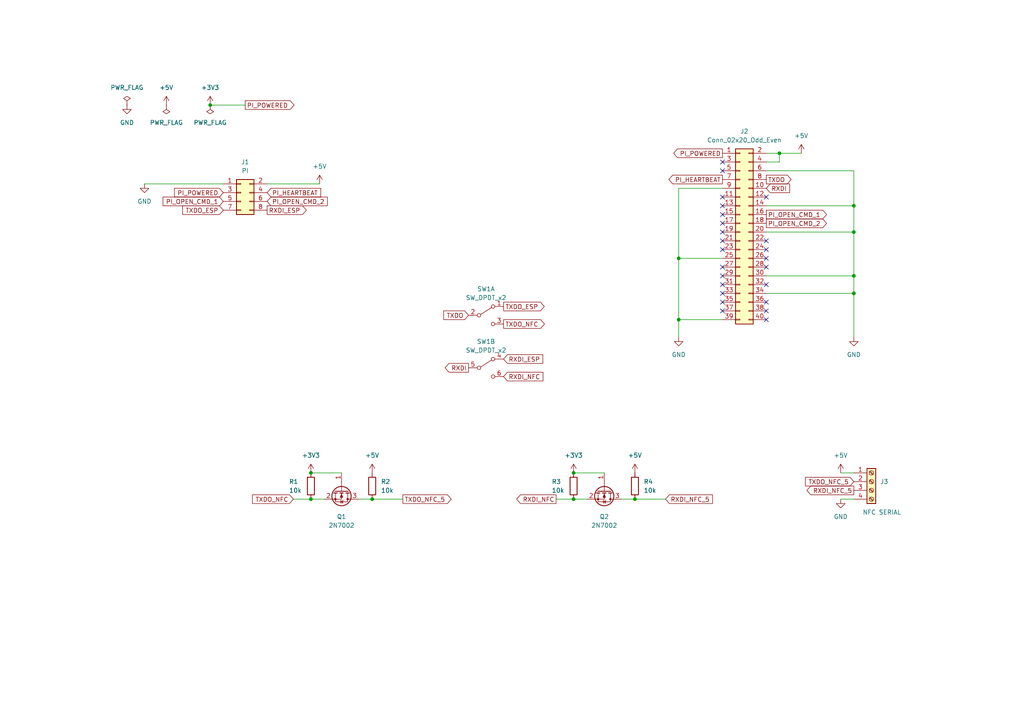
<source format=kicad_sch>
(kicad_sch (version 20211123) (generator eeschema)
  (paper "A4")
  (lib_symbols
    (symbol "Connector:Screw_Terminal_01x04" (pin_names (offset 1.016) hide)
      (property "Reference" "J" (at 0 5.08 0))
      (property "Value" "Screw_Terminal_01x04" (at 0 -7.62 0))
      (symbol "Screw_Terminal_01x04_1_1"
        (rectangle (start -1.27 3.81) (end 1.27 -6.35) (stroke (width 0.254)) (fill (type background)))
        (circle (center 0 -5.08) (radius 0.635) (stroke (width 0.1524)))
        (circle (center 0 -2.54) (radius 0.635) (stroke (width 0.1524)))
        (polyline (pts (xy -0.5334 -4.7498) (xy 0.3302 -5.588)) (stroke (width 0.1524)))
        (polyline (pts (xy -0.5334 -2.2098) (xy 0.3302 -3.048)) (stroke (width 0.1524)))
        (polyline (pts (xy -0.5334 0.3302) (xy 0.3302 -0.508)) (stroke (width 0.1524)))
        (polyline (pts (xy -0.5334 2.8702) (xy 0.3302 2.032)) (stroke (width 0.1524)))
        (polyline (pts (xy -0.3556 -4.572) (xy 0.508 -5.4102)) (stroke (width 0.1524)))
        (polyline (pts (xy -0.3556 -2.032) (xy 0.508 -2.8702)) (stroke (width 0.1524)))
        (polyline (pts (xy -0.3556 0.508) (xy 0.508 -0.3302)) (stroke (width 0.1524)))
        (polyline (pts (xy -0.3556 3.048) (xy 0.508 2.2098)) (stroke (width 0.1524)))
        (circle (center 0 0) (radius 0.635) (stroke (width 0.1524)))
        (circle (center 0 2.54) (radius 0.635) (stroke (width 0.1524)))
        (pin passive line (at -5.08 2.54 0) (length 3.81) (name "Pin_1") (number "1"))
        (pin passive line (at -5.08 0 0) (length 3.81) (name "Pin_2") (number "2"))
        (pin passive line (at -5.08 -2.54 0) (length 3.81) (name "Pin_3") (number "3"))
        (pin passive line (at -5.08 -5.08 0) (length 3.81) (name "Pin_4") (number "4"))
      )
    )
    (symbol "Connector_Generic:Conn_02x04_Odd_Even" (pin_names (offset 1.016) hide)
      (property "Reference" "J" (at 1.27 5.08 0))
      (property "Value" "Conn_02x04_Odd_Even" (at 1.27 -7.62 0))
      (symbol "Conn_02x04_Odd_Even_1_1"
        (rectangle (start -1.27 -4.953) (end 0 -5.207) (stroke (width 0.1524)))
        (rectangle (start -1.27 -2.413) (end 0 -2.667) (stroke (width 0.1524)))
        (rectangle (start -1.27 0.127) (end 0 -0.127) (stroke (width 0.1524)))
        (rectangle (start -1.27 2.667) (end 0 2.413) (stroke (width 0.1524)))
        (rectangle (start -1.27 3.81) (end 3.81 -6.35) (stroke (width 0.254)) (fill (type background)))
        (rectangle (start 3.81 -4.953) (end 2.54 -5.207) (stroke (width 0.1524)))
        (rectangle (start 3.81 -2.413) (end 2.54 -2.667) (stroke (width 0.1524)))
        (rectangle (start 3.81 0.127) (end 2.54 -0.127) (stroke (width 0.1524)))
        (rectangle (start 3.81 2.667) (end 2.54 2.413) (stroke (width 0.1524)))
        (pin passive line (at -5.08 2.54 0) (length 3.81) (name "Pin_1") (number "1"))
        (pin passive line (at 7.62 2.54 180) (length 3.81) (name "Pin_2") (number "2"))
        (pin passive line (at -5.08 0 0) (length 3.81) (name "Pin_3") (number "3"))
        (pin passive line (at 7.62 0 180) (length 3.81) (name "Pin_4") (number "4"))
        (pin passive line (at -5.08 -2.54 0) (length 3.81) (name "Pin_5") (number "5"))
        (pin passive line (at 7.62 -2.54 180) (length 3.81) (name "Pin_6") (number "6"))
        (pin passive line (at -5.08 -5.08 0) (length 3.81) (name "Pin_7") (number "7"))
        (pin passive line (at 7.62 -5.08 180) (length 3.81) (name "Pin_8") (number "8"))
      )
    )
    (symbol "Connector_Generic:Conn_02x20_Odd_Even" (pin_names (offset 1.016) hide)
      (property "Reference" "J" (at 1.27 25.4 0))
      (property "Value" "Conn_02x20_Odd_Even" (at 1.27 -27.94 0))
      (symbol "Conn_02x20_Odd_Even_1_1"
        (rectangle (start -1.27 -25.273) (end 0 -25.527) (stroke (width 0.1524)))
        (rectangle (start -1.27 -22.733) (end 0 -22.987) (stroke (width 0.1524)))
        (rectangle (start -1.27 -20.193) (end 0 -20.447) (stroke (width 0.1524)))
        (rectangle (start -1.27 -17.653) (end 0 -17.907) (stroke (width 0.1524)))
        (rectangle (start -1.27 -15.113) (end 0 -15.367) (stroke (width 0.1524)))
        (rectangle (start -1.27 -12.573) (end 0 -12.827) (stroke (width 0.1524)))
        (rectangle (start -1.27 -10.033) (end 0 -10.287) (stroke (width 0.1524)))
        (rectangle (start -1.27 -7.493) (end 0 -7.747) (stroke (width 0.1524)))
        (rectangle (start -1.27 -4.953) (end 0 -5.207) (stroke (width 0.1524)))
        (rectangle (start -1.27 -2.413) (end 0 -2.667) (stroke (width 0.1524)))
        (rectangle (start -1.27 0.127) (end 0 -0.127) (stroke (width 0.1524)))
        (rectangle (start -1.27 2.667) (end 0 2.413) (stroke (width 0.1524)))
        (rectangle (start -1.27 5.207) (end 0 4.953) (stroke (width 0.1524)))
        (rectangle (start -1.27 7.747) (end 0 7.493) (stroke (width 0.1524)))
        (rectangle (start -1.27 10.287) (end 0 10.033) (stroke (width 0.1524)))
        (rectangle (start -1.27 12.827) (end 0 12.573) (stroke (width 0.1524)))
        (rectangle (start -1.27 15.367) (end 0 15.113) (stroke (width 0.1524)))
        (rectangle (start -1.27 17.907) (end 0 17.653) (stroke (width 0.1524)))
        (rectangle (start -1.27 20.447) (end 0 20.193) (stroke (width 0.1524)))
        (rectangle (start -1.27 22.987) (end 0 22.733) (stroke (width 0.1524)))
        (rectangle (start -1.27 24.13) (end 3.81 -26.67) (stroke (width 0.254)) (fill (type background)))
        (rectangle (start 3.81 -25.273) (end 2.54 -25.527) (stroke (width 0.1524)))
        (rectangle (start 3.81 -22.733) (end 2.54 -22.987) (stroke (width 0.1524)))
        (rectangle (start 3.81 -20.193) (end 2.54 -20.447) (stroke (width 0.1524)))
        (rectangle (start 3.81 -17.653) (end 2.54 -17.907) (stroke (width 0.1524)))
        (rectangle (start 3.81 -15.113) (end 2.54 -15.367) (stroke (width 0.1524)))
        (rectangle (start 3.81 -12.573) (end 2.54 -12.827) (stroke (width 0.1524)))
        (rectangle (start 3.81 -10.033) (end 2.54 -10.287) (stroke (width 0.1524)))
        (rectangle (start 3.81 -7.493) (end 2.54 -7.747) (stroke (width 0.1524)))
        (rectangle (start 3.81 -4.953) (end 2.54 -5.207) (stroke (width 0.1524)))
        (rectangle (start 3.81 -2.413) (end 2.54 -2.667) (stroke (width 0.1524)))
        (rectangle (start 3.81 0.127) (end 2.54 -0.127) (stroke (width 0.1524)))
        (rectangle (start 3.81 2.667) (end 2.54 2.413) (stroke (width 0.1524)))
        (rectangle (start 3.81 5.207) (end 2.54 4.953) (stroke (width 0.1524)))
        (rectangle (start 3.81 7.747) (end 2.54 7.493) (stroke (width 0.1524)))
        (rectangle (start 3.81 10.287) (end 2.54 10.033) (stroke (width 0.1524)))
        (rectangle (start 3.81 12.827) (end 2.54 12.573) (stroke (width 0.1524)))
        (rectangle (start 3.81 15.367) (end 2.54 15.113) (stroke (width 0.1524)))
        (rectangle (start 3.81 17.907) (end 2.54 17.653) (stroke (width 0.1524)))
        (rectangle (start 3.81 20.447) (end 2.54 20.193) (stroke (width 0.1524)))
        (rectangle (start 3.81 22.987) (end 2.54 22.733) (stroke (width 0.1524)))
        (pin passive line (at -5.08 22.86 0) (length 3.81) (name "Pin_1") (number "1"))
        (pin passive line (at 7.62 12.7 180) (length 3.81) (name "Pin_10") (number "10"))
        (pin passive line (at -5.08 10.16 0) (length 3.81) (name "Pin_11") (number "11"))
        (pin passive line (at 7.62 10.16 180) (length 3.81) (name "Pin_12") (number "12"))
        (pin passive line (at -5.08 7.62 0) (length 3.81) (name "Pin_13") (number "13"))
        (pin passive line (at 7.62 7.62 180) (length 3.81) (name "Pin_14") (number "14"))
        (pin passive line (at -5.08 5.08 0) (length 3.81) (name "Pin_15") (number "15"))
        (pin passive line (at 7.62 5.08 180) (length 3.81) (name "Pin_16") (number "16"))
        (pin passive line (at -5.08 2.54 0) (length 3.81) (name "Pin_17") (number "17"))
        (pin passive line (at 7.62 2.54 180) (length 3.81) (name "Pin_18") (number "18"))
        (pin passive line (at -5.08 0 0) (length 3.81) (name "Pin_19") (number "19"))
        (pin passive line (at 7.62 22.86 180) (length 3.81) (name "Pin_2") (number "2"))
        (pin passive line (at 7.62 0 180) (length 3.81) (name "Pin_20") (number "20"))
        (pin passive line (at -5.08 -2.54 0) (length 3.81) (name "Pin_21") (number "21"))
        (pin passive line (at 7.62 -2.54 180) (length 3.81) (name "Pin_22") (number "22"))
        (pin passive line (at -5.08 -5.08 0) (length 3.81) (name "Pin_23") (number "23"))
        (pin passive line (at 7.62 -5.08 180) (length 3.81) (name "Pin_24") (number "24"))
        (pin passive line (at -5.08 -7.62 0) (length 3.81) (name "Pin_25") (number "25"))
        (pin passive line (at 7.62 -7.62 180) (length 3.81) (name "Pin_26") (number "26"))
        (pin passive line (at -5.08 -10.16 0) (length 3.81) (name "Pin_27") (number "27"))
        (pin passive line (at 7.62 -10.16 180) (length 3.81) (name "Pin_28") (number "28"))
        (pin passive line (at -5.08 -12.7 0) (length 3.81) (name "Pin_29") (number "29"))
        (pin passive line (at -5.08 20.32 0) (length 3.81) (name "Pin_3") (number "3"))
        (pin passive line (at 7.62 -12.7 180) (length 3.81) (name "Pin_30") (number "30"))
        (pin passive line (at -5.08 -15.24 0) (length 3.81) (name "Pin_31") (number "31"))
        (pin passive line (at 7.62 -15.24 180) (length 3.81) (name "Pin_32") (number "32"))
        (pin passive line (at -5.08 -17.78 0) (length 3.81) (name "Pin_33") (number "33"))
        (pin passive line (at 7.62 -17.78 180) (length 3.81) (name "Pin_34") (number "34"))
        (pin passive line (at -5.08 -20.32 0) (length 3.81) (name "Pin_35") (number "35"))
        (pin passive line (at 7.62 -20.32 180) (length 3.81) (name "Pin_36") (number "36"))
        (pin passive line (at -5.08 -22.86 0) (length 3.81) (name "Pin_37") (number "37"))
        (pin passive line (at 7.62 -22.86 180) (length 3.81) (name "Pin_38") (number "38"))
        (pin passive line (at -5.08 -25.4 0) (length 3.81) (name "Pin_39") (number "39"))
        (pin passive line (at 7.62 20.32 180) (length 3.81) (name "Pin_4") (number "4"))
        (pin passive line (at 7.62 -25.4 180) (length 3.81) (name "Pin_40") (number "40"))
        (pin passive line (at -5.08 17.78 0) (length 3.81) (name "Pin_5") (number "5"))
        (pin passive line (at 7.62 17.78 180) (length 3.81) (name "Pin_6") (number "6"))
        (pin passive line (at -5.08 15.24 0) (length 3.81) (name "Pin_7") (number "7"))
        (pin passive line (at 7.62 15.24 180) (length 3.81) (name "Pin_8") (number "8"))
        (pin passive line (at -5.08 12.7 0) (length 3.81) (name "Pin_9") (number "9"))
      )
    )
    (symbol "Device:R" (pin_numbers hide) (pin_names (offset 0))
      (property "Reference" "R" (at 2.032 0 90))
      (property "Value" "R" (at 0 0 90))
      (symbol "R_0_1"
        (rectangle (start -1.016 -2.54) (end 1.016 2.54) (stroke (width 0.254)))
      )
      (symbol "R_1_1"
        (pin passive line (at 0 3.81 270) (length 1.27) (name "~") (number "1"))
        (pin passive line (at 0 -3.81 90) (length 1.27) (name "~") (number "2"))
      )
    )
    (symbol "Switch:SW_DPDT_x2" (pin_names (offset 0) hide)
      (property "Reference" "SW" (at 0 4.318 0))
      (property "Value" "SW_DPDT_x2" (at 0 -5.08 0))
      (symbol "SW_DPDT_x2_0_0"
        (circle (center -2.032 0) (radius 0.508))
        (circle (center 2.032 -2.54) (radius 0.508))
      )
      (symbol "SW_DPDT_x2_0_1"
        (polyline (pts (xy -1.524 0.254) (xy 1.651 2.286)))
        (circle (center 2.032 2.54) (radius 0.508))
      )
      (symbol "SW_DPDT_x2_1_1"
        (pin passive line (at 5.08 2.54 180) (length 2.54) (name "A") (number "1"))
        (pin passive line (at -5.08 0 0) (length 2.54) (name "B") (number "2"))
        (pin passive line (at 5.08 -2.54 180) (length 2.54) (name "C") (number "3"))
      )
      (symbol "SW_DPDT_x2_2_1"
        (pin passive line (at 5.08 2.54 180) (length 2.54) (name "A") (number "4"))
        (pin passive line (at -5.08 0 0) (length 2.54) (name "B") (number "5"))
        (pin passive line (at 5.08 -2.54 180) (length 2.54) (name "C") (number "6"))
      )
    )
    (symbol "Transistor_FET:2N7002" (pin_names hide)
      (property "Reference" "Q" (at 5.08 1.905 0))
      (property "Value" "2N7002" (at 5.08 0 0))
      (symbol "2N7002_0_1"
        (polyline (pts (xy 0.254 0) (xy -2.54 0)))
        (polyline (pts (xy 0.254 1.905) (xy 0.254 -1.905)) (stroke (width 0.254)))
        (polyline (pts (xy 0.762 -1.27) (xy 0.762 -2.286)) (stroke (width 0.254)))
        (polyline (pts (xy 0.762 0.508) (xy 0.762 -0.508)) (stroke (width 0.254)))
        (polyline (pts (xy 0.762 2.286) (xy 0.762 1.27)) (stroke (width 0.254)))
        (polyline (pts (xy 2.54 2.54) (xy 2.54 1.778)))
        (polyline (pts (xy 2.54 -2.54) (xy 2.54 0) (xy 0.762 0)))
        (polyline (pts (xy 0.762 -1.778) (xy 3.302 -1.778) (xy 3.302 1.778) (xy 0.762 1.778)))
        (polyline (pts (xy 1.016 0) (xy 2.032 0.381) (xy 2.032 -0.381) (xy 1.016 0)) (fill (type outline)))
        (polyline (pts (xy 2.794 0.508) (xy 2.921 0.381) (xy 3.683 0.381) (xy 3.81 0.254)))
        (polyline (pts (xy 3.302 0.381) (xy 2.921 -0.254) (xy 3.683 -0.254) (xy 3.302 0.381)))
        (circle (center 1.651 0) (radius 2.794) (stroke (width 0.254)))
        (circle (center 2.54 -1.778) (radius 0.254) (fill (type outline)))
        (circle (center 2.54 1.778) (radius 0.254) (fill (type outline)))
      )
      (symbol "2N7002_1_1"
        (pin input line (at -5.08 0 0) (length 2.54) (name "G") (number "1"))
        (pin passive line (at 2.54 -5.08 90) (length 2.54) (name "S") (number "2"))
        (pin passive line (at 2.54 5.08 270) (length 2.54) (name "D") (number "3"))
      )
    )
    (symbol "power:+3V3" (power) (pin_names (offset 0))
      (property "Value" "+3V3" (at 0 3.556 0))
      (symbol "+3V3_0_1"
        (polyline (pts (xy -0.762 1.27) (xy 0 2.54)))
        (polyline (pts (xy 0 0) (xy 0 2.54)))
        (polyline (pts (xy 0 2.54) (xy 0.762 1.27)))
      )
      (symbol "+3V3_1_1"
        (pin power_in line (at 0 0 90) (length 0) hide (name "+3V3") (number "1"))
      )
    )
    (symbol "power:+5V" (power) (pin_names (offset 0))
      (property "Value" "+5V" (at 0 3.556 0))
      (symbol "+5V_0_1"
        (polyline (pts (xy -0.762 1.27) (xy 0 2.54)))
        (polyline (pts (xy 0 0) (xy 0 2.54)))
        (polyline (pts (xy 0 2.54) (xy 0.762 1.27)))
      )
      (symbol "+5V_1_1"
        (pin power_in line (at 0 0 90) (length 0) hide (name "+5V") (number "1"))
      )
    )
    (symbol "power:GND" (power) (pin_names (offset 0))
      (property "Value" "GND" (at 0 -3.81 0))
      (symbol "GND_0_1"
        (polyline (pts (xy 0 0) (xy 0 -1.27) (xy 1.27 -1.27) (xy 0 -2.54) (xy -1.27 -1.27) (xy 0 -1.27)))
      )
      (symbol "GND_1_1"
        (pin power_in line (at 0 0 270) (length 0) hide (name "GND") (number "1"))
      )
    )
    (symbol "power:PWR_FLAG" (power) (pin_numbers hide) (pin_names (offset 0) hide)
      (property "Value" "PWR_FLAG" (at 0 3.81 0))
      (symbol "PWR_FLAG_0_0"
        (pin power_out line (at 0 0 90) (length 0) (name "pwr") (number "1"))
      )
      (symbol "PWR_FLAG_0_1"
        (polyline (pts (xy 0 0) (xy 0 1.27) (xy -1.016 1.905) (xy 0 2.54) (xy 1.016 1.905) (xy 0 1.27)))
      )
    )
  )
  (junction (at 90.17 144.78))
  (junction (at 247.65 59.69))
  (junction (at 247.65 80.01))
  (junction (at 247.65 85.09))
  (junction (at 60.96 30.48))
  (junction (at 196.85 74.93))
  (junction (at 107.95 144.78))
  (junction (at 90.17 137.16))
  (junction (at 166.37 137.16))
  (junction (at 184.15 144.78))
  (junction (at 166.37 144.78))
  (junction (at 196.85 92.71))
  (junction (at 226.06 44.45))
  (junction (at 247.65 67.31))
  (no_connect (at 222.25 69.85))
  (no_connect (at 222.25 57.15))
  (no_connect (at 222.25 92.71))
  (no_connect (at 222.25 90.17))
  (no_connect (at 222.25 87.63))
  (no_connect (at 222.25 82.55))
  (no_connect (at 222.25 77.47))
  (no_connect (at 222.25 74.93))
  (no_connect (at 222.25 72.39))
  (no_connect (at 209.55 46.99))
  (no_connect (at 209.55 49.53))
  (no_connect (at 209.55 57.15))
  (no_connect (at 209.55 59.69))
  (no_connect (at 209.55 62.23))
  (no_connect (at 209.55 64.77))
  (no_connect (at 209.55 67.31))
  (no_connect (at 209.55 69.85))
  (no_connect (at 209.55 72.39))
  (no_connect (at 209.55 77.47))
  (no_connect (at 209.55 80.01))
  (no_connect (at 209.55 82.55))
  (no_connect (at 209.55 85.09))
  (no_connect (at 209.55 87.63))
  (no_connect (at 209.55 90.17))
  (wire (pts (xy 166.37 137.16) (xy 175.26 137.16)))
  (wire (pts (xy 247.65 85.09) (xy 247.65 97.79)))
  (wire (pts (xy 243.84 144.78) (xy 247.65 144.78)))
  (wire (pts (xy 196.85 92.71) (xy 196.85 97.79)))
  (wire (pts (xy 243.84 137.16) (xy 247.65 137.16)))
  (wire (pts (xy 209.55 54.61) (xy 196.85 54.61)))
  (wire (pts (xy 247.65 67.31) (xy 247.65 80.01)))
  (wire (pts (xy 247.65 49.53) (xy 247.65 59.69)))
  (wire (pts (xy 247.65 59.69) (xy 247.65 67.31)))
  (wire (pts (xy 116.84 144.78) (xy 107.95 144.78)))
  (wire (pts (xy 222.25 59.69) (xy 247.65 59.69)))
  (wire (pts (xy 161.29 144.78) (xy 166.37 144.78)))
  (wire (pts (xy 222.25 80.01) (xy 247.65 80.01)))
  (wire (pts (xy 90.17 137.16) (xy 99.06 137.16)))
  (wire (pts (xy 222.25 44.45) (xy 226.06 44.45)))
  (wire (pts (xy 222.25 67.31) (xy 247.65 67.31)))
  (wire (pts (xy 222.25 46.99) (xy 226.06 46.99)))
  (wire (pts (xy 90.17 144.78) (xy 93.98 144.78)))
  (wire (pts (xy 222.25 49.53) (xy 247.65 49.53)))
  (wire (pts (xy 196.85 74.93) (xy 209.55 74.93)))
  (wire (pts (xy 60.96 30.48) (xy 71.12 30.48)))
  (wire (pts (xy 196.85 74.93) (xy 196.85 92.71)))
  (wire (pts (xy 226.06 44.45) (xy 232.41 44.45)))
  (wire (pts (xy 222.25 85.09) (xy 247.65 85.09)))
  (wire (pts (xy 104.14 144.78) (xy 107.95 144.78)))
  (wire (pts (xy 184.15 144.78) (xy 193.04 144.78)))
  (wire (pts (xy 64.77 53.34) (xy 41.91 53.34)))
  (wire (pts (xy 196.85 92.71) (xy 209.55 92.71)))
  (wire (pts (xy 85.09 144.78) (xy 90.17 144.78)))
  (wire (pts (xy 226.06 46.99) (xy 226.06 44.45)))
  (wire (pts (xy 77.47 53.34) (xy 92.71 53.34)))
  (wire (pts (xy 247.65 80.01) (xy 247.65 85.09)))
  (wire (pts (xy 166.37 144.78) (xy 170.18 144.78)))
  (wire (pts (xy 180.34 144.78) (xy 184.15 144.78)))
  (wire (pts (xy 196.85 54.61) (xy 196.85 74.93)))
  (global_label "PI_OPEN_CMD_1" (shape input) (at 64.77 58.42 180) (property "Intersheet References" "${INTERSHEET_REFS}" (effects hide)))
  (global_label "RXDI_ESP" (shape input) (at 146.05 104.14 0) (property "Intersheet References" "${INTERSHEET_REFS}" (effects hide)))
  (global_label "RXDI" (shape output) (at 135.89 106.68 180) (property "Intersheet References" "${INTERSHEET_REFS}" (effects hide)))
  (global_label "PI_POWERED" (shape output) (at 209.55 44.45 180) (property "Intersheet References" "${INTERSHEET_REFS}" (effects hide)))
  (global_label "RXDI_NFC" (shape output) (at 161.29 144.78 180) (property "Intersheet References" "${INTERSHEET_REFS}" (effects hide)))
  (global_label "TXDO_NFC_5" (shape output) (at 116.84 144.78 0) (property "Intersheet References" "${INTERSHEET_REFS}" (effects hide)))
  (global_label "RXDI_NFC_5" (shape output) (at 247.65 142.24 180) (property "Intersheet References" "${INTERSHEET_REFS}" (effects hide)))
  (global_label "TXDO" (shape input) (at 135.89 91.44 180) (property "Intersheet References" "${INTERSHEET_REFS}" (effects hide)))
  (global_label "TXDO_NFC" (shape output) (at 146.05 93.98 0) (property "Intersheet References" "${INTERSHEET_REFS}" (effects hide)))
  (global_label "PI_HEARTBEAT" (shape output) (at 209.55 52.07 180) (property "Intersheet References" "${INTERSHEET_REFS}" (effects hide)))
  (global_label "TXDO_ESP" (shape output) (at 146.05 88.9 0) (property "Intersheet References" "${INTERSHEET_REFS}" (effects hide)))
  (global_label "TXDO" (shape output) (at 222.25 52.07 0) (property "Intersheet References" "${INTERSHEET_REFS}" (effects hide)))
  (global_label "RXDI_ESP" (shape output) (at 77.47 60.96 0) (property "Intersheet References" "${INTERSHEET_REFS}" (effects hide)))
  (global_label "TXDO_NFC_5" (shape input) (at 247.65 139.7 180) (property "Intersheet References" "${INTERSHEET_REFS}" (effects hide)))
  (global_label "PI_OPEN_CMD_2" (shape input) (at 77.47 58.42 0) (property "Intersheet References" "${INTERSHEET_REFS}" (effects hide)))
  (global_label "PI_POWERED" (shape input) (at 64.77 55.88 180) (property "Intersheet References" "${INTERSHEET_REFS}" (effects hide)))
  (global_label "RXDI_NFC_5" (shape input) (at 193.04 144.78 0) (property "Intersheet References" "${INTERSHEET_REFS}" (effects hide)))
  (global_label "TXDO_NFC" (shape input) (at 85.09 144.78 180) (property "Intersheet References" "${INTERSHEET_REFS}" (effects hide)))
  (global_label "PI_POWERED" (shape output) (at 71.12 30.48 0) (property "Intersheet References" "${INTERSHEET_REFS}" (effects hide)))
  (global_label "TXDO_ESP" (shape input) (at 64.77 60.96 180) (property "Intersheet References" "${INTERSHEET_REFS}" (effects hide)))
  (global_label "RXDI" (shape input) (at 222.25 54.61 0) (property "Intersheet References" "${INTERSHEET_REFS}" (effects hide)))
  (global_label "PI_OPEN_CMD_1" (shape output) (at 222.25 62.23 0) (property "Intersheet References" "${INTERSHEET_REFS}" (effects hide)))
  (global_label "RXDI_NFC" (shape input) (at 146.05 109.22 0) (property "Intersheet References" "${INTERSHEET_REFS}" (effects hide)))
  (global_label "PI_HEARTBEAT" (shape input) (at 77.47 55.88 0) (property "Intersheet References" "${INTERSHEET_REFS}" (effects hide)))
  (global_label "PI_OPEN_CMD_2" (shape output) (at 222.25 64.77 0) (property "Intersheet References" "${INTERSHEET_REFS}" (effects hide)))
  (symbol (lib_id "Transistor_FET:2N7002") (at 99.06 142.24 270) (unit 1)
    (property "Reference" "Q1" (at 99.06 149.86 90))
    (property "Value" "2N7002" (at 99.06 152.4 90))
    (property "Footprint" "Package_TO_SOT_SMD:SOT-23_Handsoldering" (effects hide))
    (property "Datasheet" "https://www.onsemi.com/pub/Collateral/NDS7002A-D.PDF" (effects hide))
    (property "LCSC" "C8545" (effects hide))
  )
  (symbol (lib_id "Device:R") (at 184.15 140.97 0) (unit 1)
    (property "Reference" "R4" (at 186.69 139.7 0) (effects (justify left)))
    (property "Value" "10k" (at 186.69 142.24 0) (effects (justify left)))
    (property "Footprint" "Resistor_SMD:R_0603_1608Metric_Pad0.98x0.95mm_HandSolder" (effects hide))
    (property "LCSC" "C25804" (effects hide))
  )
  (symbol (lib_id "power:GND") (at 196.85 97.79 0) (unit 1)
    (property "Reference" "#PWR?" (effects hide))
    (property "Value" "GND" (at 196.85 102.87 0))
  )
  (symbol (lib_id "Connector_Generic:Conn_02x04_Odd_Even") (at 69.85 55.88 0) (unit 1)
    (property "Reference" "J1" (at 71.12 46.99 0))
    (property "Value" "PI" (at 71.12 49.53 0))
    (property "Footprint" "Connector_IDC:IDC-Header_2x04_P2.54mm_Vertical" (effects hide))
    (property "Datasheet" "https://datasheet.lcsc.com/lcsc/2110100730_XKB-Connectivity-X9555WV-2x04-6TV01_C2884546.pdf" (effects hide))
    (property "BUY" "C2884546" (effects hide))
  )
  (symbol (lib_id "power:PWR_FLAG") (at 48.26 30.48 180) (unit 1)
    (property "Reference" "#FLG0101" (effects hide))
    (property "Value" "PWR_FLAG" (at 48.26 35.56 0))
  )
  (symbol (lib_id "Device:R") (at 166.37 140.97 0) (unit 1)
    (property "Reference" "R3" (at 160.02 139.7 0) (effects (justify left)))
    (property "Value" "10k" (at 160.02 142.24 0) (effects (justify left)))
    (property "Footprint" "Resistor_SMD:R_0603_1608Metric_Pad0.98x0.95mm_HandSolder" (effects hide))
    (property "LCSC" "C25804" (effects hide))
  )
  (symbol (lib_id "Connector_Generic:Conn_02x20_Odd_Even") (at 214.63 67.31 0) (unit 1)
    (property "Reference" "J2" (at 215.9 38.1 0))
    (property "Value" "Conn_02x20_Odd_Even" (at 215.9 40.64 0))
    (property "Footprint" "Connector_PinHeader_2.54mm:PinHeader_2x20_P2.54mm_Vertical" (effects hide))
  )
  (symbol (lib_id "Switch:SW_DPDT_x2") (at 140.97 106.68 0) (unit 2)
    (property "Reference" "SW1" (at 140.97 99.06 0))
    (property "Value" "SW_DPDT_x2" (at 140.97 101.6 0))
    (property "Footprint" "Button_Switch_THT:SW_CuK_JS202011CQN_DPDT_Straight" (effects hide))
  )
  (symbol (lib_id "power:+5V") (at 107.95 137.16 0) (unit 1)
    (property "Reference" "#PWR06" (effects hide))
    (property "Value" "+5V" (at 107.95 132.08 0))
  )
  (symbol (lib_id "power:GND") (at 247.65 97.79 0) (unit 1)
    (property "Reference" "#PWR02" (effects hide))
    (property "Value" "GND" (at 247.65 102.87 0))
  )
  (symbol (lib_id "power:GND") (at 36.83 30.48 0) (unit 1)
    (property "Reference" "#PWR0101" (effects hide))
    (property "Value" "GND" (at 36.83 35.56 0))
  )
  (symbol (lib_id "power:+5V") (at 48.26 30.48 0) (unit 1)
    (property "Reference" "#PWR0103" (effects hide))
    (property "Value" "+5V" (at 48.26 25.4 0))
  )
  (symbol (lib_id "Connector:Screw_Terminal_01x04") (at 252.73 139.7 0) (unit 1)
    (property "Reference" "J3" (at 255.27 139.6999 0) (effects (justify left)))
    (property "Value" "NFC SERIAL" (at 250.19 148.59 0) (effects (justify left)))
    (property "Footprint" "TerminalBlock_Phoenix:TerminalBlock_Phoenix_MPT-0,5-4-2.54_1x04_P2.54mm_Horizontal" (effects hide))
    (property "Datasheet" "https://datasheet.lcsc.com/lcsc/2201131330_DIBO-DB125-2-54-4P-GN_C918122.pdf" (effects hide))
    (property "BUY" "C918122" (effects hide))
  )
  (symbol (lib_id "power:+3V3") (at 166.37 137.16 0) (unit 1)
    (property "Reference" "#PWR07" (effects hide))
    (property "Value" "+3V3" (at 166.37 132.08 0))
  )
  (symbol (lib_id "power:+5V") (at 92.71 53.34 0) (unit 1)
    (property "Reference" "#PWR04" (effects hide))
    (property "Value" "+5V" (at 92.71 48.26 0))
  )
  (symbol (lib_id "power:GND") (at 243.84 144.78 0) (unit 1)
    (property "Reference" "#PWR010" (effects hide))
    (property "Value" "GND" (at 243.84 149.86 0))
  )
  (symbol (lib_id "Switch:SW_DPDT_x2") (at 140.97 91.44 0) (unit 1)
    (property "Reference" "SW1" (at 140.97 83.82 0))
    (property "Value" "SW_DPDT_x2" (at 140.97 86.36 0))
    (property "Footprint" "Button_Switch_THT:SW_CuK_JS202011CQN_DPDT_Straight" (effects hide))
  )
  (symbol (lib_id "power:+3V3") (at 90.17 137.16 0) (unit 1)
    (property "Reference" "#PWR05" (effects hide))
    (property "Value" "+3V3" (at 90.17 132.08 0))
  )
  (symbol (lib_id "power:+5V") (at 232.41 44.45 0) (unit 1)
    (property "Reference" "#PWR01" (effects hide))
    (property "Value" "+5V" (at 232.41 39.37 0))
  )
  (symbol (lib_id "power:+5V") (at 184.15 137.16 0) (unit 1)
    (property "Reference" "#PWR08" (effects hide))
    (property "Value" "+5V" (at 184.15 132.08 0))
  )
  (symbol (lib_id "power:+5V") (at 243.84 137.16 0) (unit 1)
    (property "Reference" "#PWR09" (effects hide))
    (property "Value" "+5V" (at 243.84 132.08 0))
  )
  (symbol (lib_id "power:+3V3") (at 60.96 30.48 0) (unit 1)
    (property "Reference" "#PWR0102" (effects hide))
    (property "Value" "+3V3" (at 60.96 25.4 0))
  )
  (symbol (lib_id "Device:R") (at 107.95 140.97 0) (unit 1)
    (property "Reference" "R2" (at 110.49 139.7 0) (effects (justify left)))
    (property "Value" "10k" (at 110.49 142.24 0) (effects (justify left)))
    (property "Footprint" "Resistor_SMD:R_0603_1608Metric_Pad0.98x0.95mm_HandSolder" (effects hide))
    (property "LCSC" "C25804" (effects hide))
  )
  (symbol (lib_id "power:GND") (at 41.91 53.34 0) (unit 1)
    (property "Reference" "#PWR03" (effects hide))
    (property "Value" "GND" (at 41.91 58.42 0))
  )
  (symbol (lib_id "power:PWR_FLAG") (at 36.83 30.48 0) (unit 1)
    (property "Reference" "#FLG0102" (effects hide))
    (property "Value" "PWR_FLAG" (at 36.83 25.4 0))
  )
  (symbol (lib_id "Transistor_FET:2N7002") (at 175.26 142.24 270) (unit 1)
    (property "Reference" "Q2" (at 175.26 149.86 90))
    (property "Value" "2N7002" (at 175.26 152.4 90))
    (property "Footprint" "Package_TO_SOT_SMD:SOT-23_Handsoldering" (effects hide))
    (property "Datasheet" "https://www.onsemi.com/pub/Collateral/NDS7002A-D.PDF" (effects hide))
    (property "LCSC" "C8545" (effects hide))
  )
  (symbol (lib_id "Device:R") (at 90.17 140.97 0) (unit 1)
    (property "Reference" "R1" (at 83.82 139.7 0) (effects (justify left)))
    (property "Value" "10k" (at 83.82 142.24 0) (effects (justify left)))
    (property "Footprint" "Resistor_SMD:R_0603_1608Metric_Pad0.98x0.95mm_HandSolder" (effects hide))
    (property "LCSC" "C25804" (effects hide))
  )
  (symbol (lib_id "power:PWR_FLAG") (at 60.96 30.48 180) (unit 1)
    (property "Reference" "#FLG0103" (effects hide))
    (property "Value" "PWR_FLAG" (at 60.96 35.56 0))
  )
)
</source>
